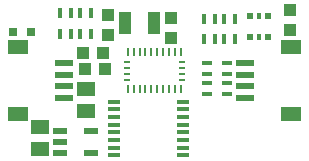
<source format=gbr>
G04 EAGLE Gerber RS-274X export*
G75*
%MOMM*%
%FSLAX34Y34*%
%LPD*%
%INSolderpaste Top*%
%IPPOS*%
%AMOC8*
5,1,8,0,0,1.08239X$1,22.5*%
G01*
%ADD10R,1.500000X1.240000*%
%ADD11R,1.200000X0.550000*%
%ADD12R,1.075000X1.000000*%
%ADD13R,0.450000X0.900000*%
%ADD14R,0.500000X0.500000*%
%ADD15R,0.400000X0.500000*%
%ADD16R,1.550000X0.600000*%
%ADD17R,1.800000X1.200000*%
%ADD18R,0.800000X0.800000*%
%ADD19R,0.250000X0.675000*%
%ADD20R,0.575000X0.250000*%
%ADD21R,1.000000X1.075000*%
%ADD22R,1.100000X1.900000*%
%ADD23R,0.990600X0.304800*%
%ADD24R,0.900000X0.450000*%


D10*
X30480Y74905D03*
X30480Y55905D03*
D11*
X47324Y71730D03*
X47324Y62230D03*
X47324Y52730D03*
X73326Y52730D03*
X73326Y71730D03*
D10*
X69215Y88290D03*
X69215Y107290D03*
D12*
X83430Y137160D03*
X66430Y137160D03*
D13*
X169245Y166615D03*
X169245Y149615D03*
X178245Y166615D03*
X186245Y166615D03*
X195245Y166615D03*
X195245Y149615D03*
X178245Y149615D03*
X186245Y149615D03*
D14*
X208400Y151020D03*
D15*
X215900Y151020D03*
D14*
X223400Y151020D03*
X223400Y169020D03*
D15*
X215900Y169020D03*
D14*
X208400Y169020D03*
D16*
X203460Y109300D03*
X203460Y119300D03*
X203460Y99300D03*
X203460Y129300D03*
D17*
X242460Y86300D03*
X242460Y142300D03*
D16*
X50540Y119300D03*
X50540Y109300D03*
X50540Y129300D03*
X50540Y99300D03*
D17*
X11540Y142300D03*
X11540Y86300D03*
D18*
X7740Y154940D03*
X22740Y154940D03*
D19*
X104500Y138180D03*
D20*
X103875Y130055D03*
X103875Y125055D03*
X103875Y120055D03*
X103875Y115055D03*
D19*
X104500Y106930D03*
X109500Y106930D03*
X114500Y106930D03*
X119500Y106930D03*
X124500Y106930D03*
X129500Y106930D03*
X134500Y106930D03*
X139500Y106930D03*
X144500Y106930D03*
X149500Y106930D03*
D20*
X150125Y115055D03*
X150125Y120055D03*
X150125Y125055D03*
X150125Y130055D03*
D19*
X149500Y138180D03*
X144500Y138180D03*
X139500Y138180D03*
X134500Y138180D03*
X129500Y138180D03*
X124500Y138180D03*
X119500Y138180D03*
X114500Y138180D03*
X109500Y138180D03*
D13*
X73325Y154060D03*
X73325Y171060D03*
X64325Y154060D03*
X56325Y154060D03*
X47325Y154060D03*
X47325Y171060D03*
X64325Y171060D03*
X56325Y171060D03*
D12*
X68335Y123825D03*
X85335Y123825D03*
D21*
X241935Y174235D03*
X241935Y157235D03*
X87630Y152790D03*
X87630Y169790D03*
X140970Y167250D03*
X140970Y150250D03*
D22*
X102300Y163195D03*
X126300Y163195D03*
D23*
X92742Y96410D03*
X92742Y89910D03*
X92742Y83410D03*
X92742Y76910D03*
X92742Y70410D03*
X92742Y63910D03*
X92742Y57410D03*
X92742Y50910D03*
X151098Y50910D03*
X151098Y57410D03*
X151098Y63910D03*
X151098Y70410D03*
X151098Y76910D03*
X151098Y83410D03*
X151098Y89910D03*
X151098Y96410D03*
D24*
X171205Y103205D03*
X188205Y103205D03*
X171205Y112205D03*
X171205Y120205D03*
X171205Y129205D03*
X188205Y129205D03*
X188205Y112205D03*
X188205Y120205D03*
M02*

</source>
